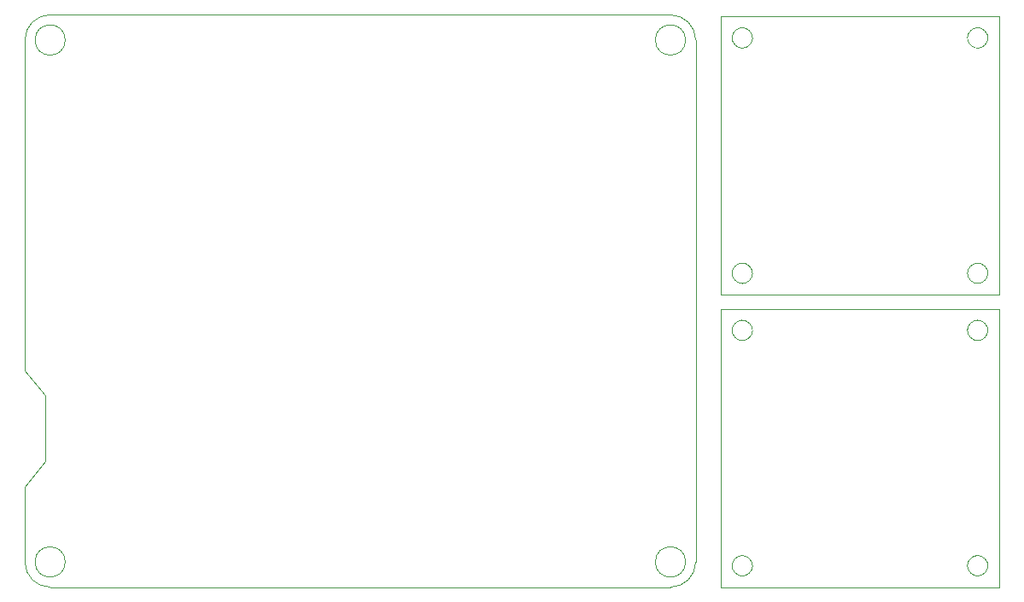
<source format=gm1>
%MOIN*%
%OFA0B0*%
%FSLAX46Y46*%
%IPPOS*%
%LPD*%
%ADD10C,0.0039370078740157488*%
%ADD21C,0.0039370078740157488*%
%ADD22C,0.0039370078740157488*%
G01*
D10*
X0000000000Y0000846456D02*
X0000000000Y0002135826D01*
X0000000000Y0000098425D02*
X0000000000Y0000393700D01*
X0000078740Y0000492125D02*
X0000000000Y0000393700D01*
X0000078740Y0000748031D02*
X0000078740Y0000492125D01*
X0000000000Y0000846456D02*
X0000078740Y0000748031D01*
X0000157480Y0002135826D02*
G75*
G03*
X0000157480Y0002135826I-0000059055D01*
G01*
X0002519685Y0002234251D02*
X0000098425Y0002234251D01*
X0002578740Y0002135826D02*
G75*
G03*
X0002578740Y0002135826I-0000059055D01*
G01*
X0000098425Y0002234251D02*
G75*
G03*
X0000000000Y0002135826J-0000098425D01*
G01*
X0000000000Y0000098425D02*
G75*
G03*
X0000098425Y0000000000I0000098425D01*
G01*
X0002618110Y0000098425D02*
X0002618110Y0002135826D01*
X0002519685Y0000000000D02*
G75*
G03*
X0002618110Y0000098425J0000098425D01*
G01*
X0000157480Y0000098425D02*
G75*
G03*
X0000157480Y0000098425I-0000059055D01*
G01*
X0002618110Y0002135826D02*
G75*
G03*
X0002519685Y0002234251I-0000098425D01*
G01*
X0002578740Y0000098425D02*
G75*
G03*
X0002578740Y0000098425I-0000059055D01*
G01*
X0000098425Y0000000000D02*
X0002519685Y0000000000D01*
G04 next file*
G04 Gerber Fmt 4.6, Leading zero omitted, Abs format (unit mm)*
G04 Created by KiCad (PCBNEW (6.0.9)) date 2023-04-13 12:37:24*
G01*
G04 APERTURE LIST*
G04 APERTURE END LIST*
D21*
X0003746572Y0002171769D02*
G75*
G03*
X0003746572Y0002171769I-0000027838J-0000027838D01*
G01*
X0002827890Y0002171769D02*
G75*
G03*
X0002827890Y0002171769I-0000027838J-0000027838D01*
G01*
X0003802250Y0001141732D02*
X0003802250Y0002227447D01*
X0003746572Y0001253087D02*
G75*
G03*
X0003746572Y0001253087I-0000027838J-0000027838D01*
G01*
X0002827890Y0001253087D02*
G75*
G03*
X0002827890Y0001253087I-0000027838J-0000027838D01*
G01*
X0002716535Y0002227447D02*
X0002716535Y0001141732D01*
X0002716535Y0001141732D02*
X0003802250Y0001141732D01*
X0003802250Y0002227447D02*
X0002716535Y0002227447D01*
G04 next file*
G04 Gerber Fmt 4.6, Leading zero omitted, Abs format (unit mm)*
G04 Created by KiCad (PCBNEW (6.0.9)) date 2023-04-13 12:37:54*
G01*
G04 APERTURE LIST*
G04 APERTURE END LIST*
D22*
X0002827890Y0000111355D02*
G75*
G03*
X0002827890Y0000111355I-0000027838J-0000027838D01*
G01*
X0002716535Y0001085715D02*
X0002716535Y0000000000D01*
X0003746572Y0001030037D02*
G75*
G03*
X0003746572Y0001030037I-0000027838J-0000027838D01*
G01*
X0003746572Y0000111355D02*
G75*
G03*
X0003746572Y0000111355I-0000027838J-0000027838D01*
G01*
X0003802250Y0001085715D02*
X0002716535Y0001085715D01*
X0003802250Y0000000000D02*
X0003802250Y0001085715D01*
X0002716535Y0000000000D02*
X0003802250Y0000000000D01*
X0002827890Y0001030037D02*
G75*
G03*
X0002827890Y0001030037I-0000027838J-0000027838D01*
G01*
M02*
</source>
